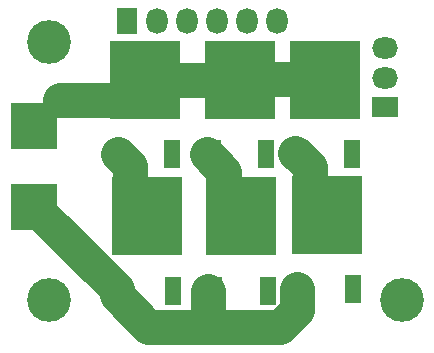
<source format=gbs>
G04*
G04 #@! TF.GenerationSoftware,Altium Limited,Altium Designer,21.7.1 (17)*
G04*
G04 Layer_Color=16711935*
%FSLAX44Y44*%
%MOMM*%
G71*
G04*
G04 #@! TF.SameCoordinates,2D618FE2-354D-44BD-A4EA-B8E689397128*
G04*
G04*
G04 #@! TF.FilePolarity,Negative*
G04*
G01*
G75*
%ADD38R,1.8000X2.2000*%
%ADD39O,1.8000X2.2000*%
%ADD40R,2.2000X1.8000*%
%ADD41O,2.2000X1.8000*%
%ADD42C,3.7000*%
%ADD55C,3.0000*%
%ADD57R,1.4000X2.4000*%
%ADD58R,6.0000X6.6000*%
%ADD59R,4.0132X4.0132*%
%ADD60C,0.8000*%
%ADD61C,1.2000*%
D38*
X104140Y274320D02*
D03*
D39*
X129540D02*
D03*
X154940D02*
D03*
X180340D02*
D03*
X205740D02*
D03*
X231140D02*
D03*
D40*
X322580Y201060D02*
D03*
D41*
Y226060D02*
D03*
Y251060D02*
D03*
D42*
X38100Y256540D02*
D03*
Y38100D02*
D03*
X336550D02*
D03*
D55*
X246440Y162810D02*
X248710Y160540D01*
X259050Y150200D01*
X247710Y29178D02*
Y47240D01*
X25400Y116840D02*
X95310Y46930D01*
X171510Y161540D02*
X186660Y146390D01*
X95310Y41850D02*
X121920Y15240D01*
X184785Y225175D02*
X258445D01*
X119380Y224540D02*
X184150D01*
X109220D02*
X119380D01*
X109220Y211380D02*
Y224540D01*
X186660Y117890D02*
Y146390D01*
X172720Y15240D02*
X233772D01*
X247710Y29178D01*
X259050Y121700D02*
Y150200D01*
Y121700D02*
X270510Y110240D01*
X106650Y122970D02*
Y151470D01*
Y122970D02*
X120650Y108970D01*
X96580Y161540D02*
X106650Y151470D01*
X47520Y207540D02*
X105380D01*
X121920Y15240D02*
X172720D01*
X172780Y15300D02*
Y45970D01*
D57*
X222190Y161540D02*
D03*
X176590D02*
D03*
X248980D02*
D03*
X294580D02*
D03*
X250250Y47240D02*
D03*
X295850D02*
D03*
X177860Y45970D02*
D03*
X223460D02*
D03*
X97850D02*
D03*
X143450D02*
D03*
X96580Y161540D02*
D03*
X142180D02*
D03*
D58*
X199390Y224540D02*
D03*
X271780D02*
D03*
X273050Y110240D02*
D03*
X200660Y108970D02*
D03*
X120650D02*
D03*
X119380Y224540D02*
D03*
D59*
X25400Y116840D02*
D03*
Y185420D02*
D03*
D60*
X90170Y50800D02*
D03*
X124460Y115570D02*
D03*
D61*
X73660Y74540D02*
D03*
M02*

</source>
